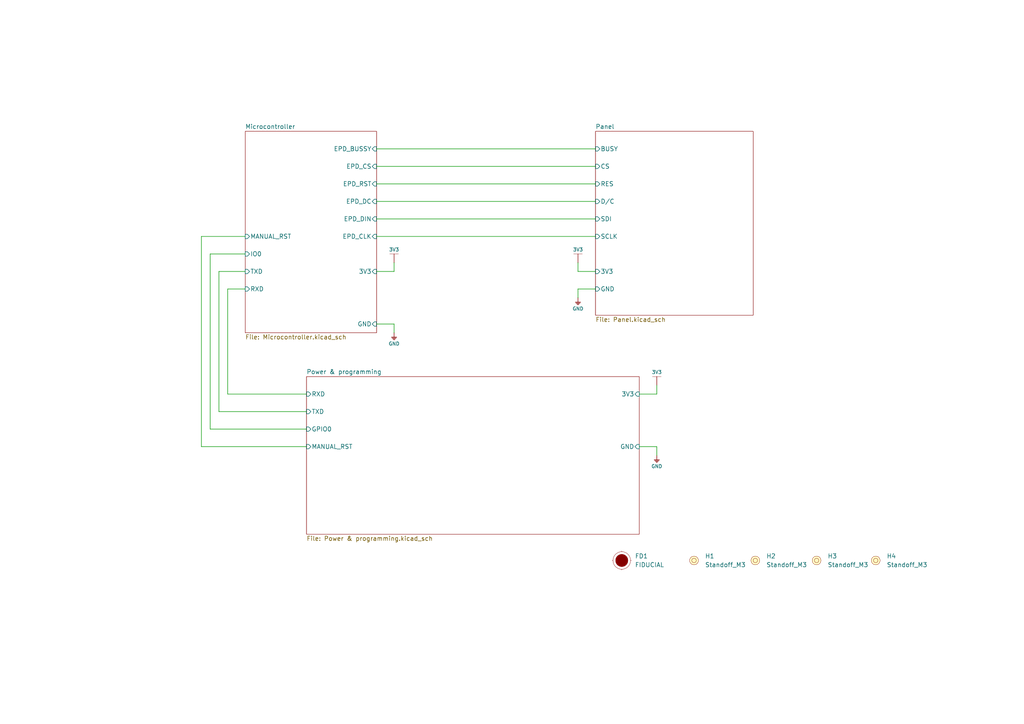
<source format=kicad_sch>
(kicad_sch (version 20211123) (generator eeschema)

  (uuid b02b3aa3-6dae-40c3-8843-3c3b1de1d7a3)

  (paper "A4")

  (title_block
    (title "Soldered Inkplate 2")
    (date "2022-12-07")
    (rev "V1.2.3")
    (company "SOLDERED")
    (comment 1 "333166")
  )

  (lib_symbols
    (symbol "GND_1" (power) (pin_names (offset 0)) (in_bom yes) (on_board yes)
      (property "Reference" "#PWR" (id 0) (at 4.445 0 0)
        (effects (font (size 1 1)) hide)
      )
      (property "Value" "GND_1" (id 1) (at 0 -2.921 0)
        (effects (font (size 1 1)))
      )
      (property "Footprint" "" (id 2) (at 4.445 3.81 0)
        (effects (font (size 1 1)) hide)
      )
      (property "Datasheet" "" (id 3) (at 4.445 3.81 0)
        (effects (font (size 1 1)) hide)
      )
      (property "ki_keywords" "power-flag" (id 4) (at 0 0 0)
        (effects (font (size 1.27 1.27)) hide)
      )
      (property "ki_description" "Power symbol creates a global label with name \"GND\"" (id 5) (at 0 0 0)
        (effects (font (size 1.27 1.27)) hide)
      )
      (symbol "GND_1_0_1"
        (polyline
          (pts
            (xy -0.762 -1.27)
            (xy 0.762 -1.27)
          )
          (stroke (width 0.16) (type default) (color 0 0 0 0))
          (fill (type none))
        )
        (polyline
          (pts
            (xy -0.635 -1.524)
            (xy 0.635 -1.524)
          )
          (stroke (width 0.16) (type default) (color 0 0 0 0))
          (fill (type none))
        )
        (polyline
          (pts
            (xy -0.381 -1.778)
            (xy 0.381 -1.778)
          )
          (stroke (width 0.16) (type default) (color 0 0 0 0))
          (fill (type none))
        )
        (polyline
          (pts
            (xy -0.127 -2.032)
            (xy 0.127 -2.032)
          )
          (stroke (width 0.16) (type default) (color 0 0 0 0))
          (fill (type none))
        )
        (polyline
          (pts
            (xy 0 0)
            (xy 0 -1.27)
          )
          (stroke (width 0.16) (type default) (color 0 0 0 0))
          (fill (type none))
        )
      )
      (symbol "GND_1_1_1"
        (pin power_in line (at 0 0 270) (length 0) hide
          (name "GND" (effects (font (size 1.27 1.27))))
          (number "1" (effects (font (size 1.27 1.27))))
        )
      )
    )
    (symbol "GND_2" (power) (pin_names (offset 0)) (in_bom yes) (on_board yes)
      (property "Reference" "#PWR" (id 0) (at 4.445 0 0)
        (effects (font (size 1 1)) hide)
      )
      (property "Value" "GND_2" (id 1) (at 0 -2.921 0)
        (effects (font (size 1 1)))
      )
      (property "Footprint" "" (id 2) (at 4.445 3.81 0)
        (effects (font (size 1 1)) hide)
      )
      (property "Datasheet" "" (id 3) (at 4.445 3.81 0)
        (effects (font (size 1 1)) hide)
      )
      (property "ki_keywords" "power-flag" (id 4) (at 0 0 0)
        (effects (font (size 1.27 1.27)) hide)
      )
      (property "ki_description" "Power symbol creates a global label with name \"GND\"" (id 5) (at 0 0 0)
        (effects (font (size 1.27 1.27)) hide)
      )
      (symbol "GND_2_0_1"
        (polyline
          (pts
            (xy -0.762 -1.27)
            (xy 0.762 -1.27)
          )
          (stroke (width 0.16) (type default) (color 0 0 0 0))
          (fill (type none))
        )
        (polyline
          (pts
            (xy -0.635 -1.524)
            (xy 0.635 -1.524)
          )
          (stroke (width 0.16) (type default) (color 0 0 0 0))
          (fill (type none))
        )
        (polyline
          (pts
            (xy -0.381 -1.778)
            (xy 0.381 -1.778)
          )
          (stroke (width 0.16) (type default) (color 0 0 0 0))
          (fill (type none))
        )
        (polyline
          (pts
            (xy -0.127 -2.032)
            (xy 0.127 -2.032)
          )
          (stroke (width 0.16) (type default) (color 0 0 0 0))
          (fill (type none))
        )
        (polyline
          (pts
            (xy 0 0)
            (xy 0 -1.27)
          )
          (stroke (width 0.16) (type default) (color 0 0 0 0))
          (fill (type none))
        )
      )
      (symbol "GND_2_1_1"
        (pin power_in line (at 0 0 270) (length 0) hide
          (name "GND" (effects (font (size 1.27 1.27))))
          (number "1" (effects (font (size 1.27 1.27))))
        )
      )
    )
    (symbol "e-radionica.com schematics:3V3" (power) (pin_names (offset 0)) (in_bom yes) (on_board yes)
      (property "Reference" "#PWR" (id 0) (at 4.445 0 0)
        (effects (font (size 1 1)) hide)
      )
      (property "Value" "3V3" (id 1) (at 0 3.556 0)
        (effects (font (size 1 1)))
      )
      (property "Footprint" "" (id 2) (at 4.445 3.81 0)
        (effects (font (size 1 1)) hide)
      )
      (property "Datasheet" "" (id 3) (at 4.445 3.81 0)
        (effects (font (size 1 1)) hide)
      )
      (property "ki_keywords" "power-flag" (id 4) (at 0 0 0)
        (effects (font (size 1.27 1.27)) hide)
      )
      (property "ki_description" "Power symbol creates a global label with name \"3V3\"" (id 5) (at 0 0 0)
        (effects (font (size 1.27 1.27)) hide)
      )
      (symbol "3V3_0_1"
        (polyline
          (pts
            (xy -1.27 2.54)
            (xy 1.27 2.54)
          )
          (stroke (width 0.0006) (type default) (color 0 0 0 0))
          (fill (type none))
        )
        (polyline
          (pts
            (xy 0 0)
            (xy 0 2.54)
          )
          (stroke (width 0) (type default) (color 0 0 0 0))
          (fill (type none))
        )
      )
      (symbol "3V3_1_1"
        (pin power_in line (at 0 0 90) (length 0) hide
          (name "3V3" (effects (font (size 1.27 1.27))))
          (number "1" (effects (font (size 1.27 1.27))))
        )
      )
    )
    (symbol "e-radionica.com schematics:FIDUCIAL" (in_bom no) (on_board yes)
      (property "Reference" "FD" (id 0) (at 0 3.81 0)
        (effects (font (size 1.27 1.27)))
      )
      (property "Value" "FIDUCIAL" (id 1) (at 0 -3.81 0)
        (effects (font (size 1.27 1.27)))
      )
      (property "Footprint" "e-radionica.com footprinti:FIDUCIAL_23" (id 2) (at 0.254 -5.334 0)
        (effects (font (size 1.27 1.27)) hide)
      )
      (property "Datasheet" "" (id 3) (at 0 0 0)
        (effects (font (size 1.27 1.27)) hide)
      )
      (symbol "FIDUCIAL_0_1"
        (polyline
          (pts
            (xy -2.54 0)
            (xy -2.794 0)
          )
          (stroke (width 0.0006) (type default) (color 0 0 0 0))
          (fill (type none))
        )
        (polyline
          (pts
            (xy 0 -2.54)
            (xy 0 -2.794)
          )
          (stroke (width 0.0006) (type default) (color 0 0 0 0))
          (fill (type none))
        )
        (polyline
          (pts
            (xy 0 2.54)
            (xy 0 2.794)
          )
          (stroke (width 0.0006) (type default) (color 0 0 0 0))
          (fill (type none))
        )
        (polyline
          (pts
            (xy 2.54 0)
            (xy 2.794 0)
          )
          (stroke (width 0.0006) (type default) (color 0 0 0 0))
          (fill (type none))
        )
        (circle (center 0 0) (radius 1.7961)
          (stroke (width 0.001) (type default) (color 0 0 0 0))
          (fill (type outline))
        )
        (circle (center 0 0) (radius 2.54)
          (stroke (width 0.0006) (type default) (color 0 0 0 0))
          (fill (type none))
        )
      )
    )
    (symbol "e-radionica.com schematics:GND" (power) (pin_names (offset 0)) (in_bom yes) (on_board yes)
      (property "Reference" "#PWR" (id 0) (at 4.445 0 0)
        (effects (font (size 1 1)) hide)
      )
      (property "Value" "GND" (id 1) (at 0 -2.921 0)
        (effects (font (size 1 1)))
      )
      (property "Footprint" "" (id 2) (at 4.445 3.81 0)
        (effects (font (size 1 1)) hide)
      )
      (property "Datasheet" "" (id 3) (at 4.445 3.81 0)
        (effects (font (size 1 1)) hide)
      )
      (property "ki_keywords" "power-flag" (id 4) (at 0 0 0)
        (effects (font (size 1.27 1.27)) hide)
      )
      (property "ki_description" "Power symbol creates a global label with name \"GND\"" (id 5) (at 0 0 0)
        (effects (font (size 1.27 1.27)) hide)
      )
      (symbol "GND_0_1"
        (polyline
          (pts
            (xy -0.762 -1.27)
            (xy 0.762 -1.27)
          )
          (stroke (width 0.16) (type default) (color 0 0 0 0))
          (fill (type none))
        )
        (polyline
          (pts
            (xy -0.635 -1.524)
            (xy 0.635 -1.524)
          )
          (stroke (width 0.16) (type default) (color 0 0 0 0))
          (fill (type none))
        )
        (polyline
          (pts
            (xy -0.381 -1.778)
            (xy 0.381 -1.778)
          )
          (stroke (width 0.16) (type default) (color 0 0 0 0))
          (fill (type none))
        )
        (polyline
          (pts
            (xy -0.127 -2.032)
            (xy 0.127 -2.032)
          )
          (stroke (width 0.16) (type default) (color 0 0 0 0))
          (fill (type none))
        )
        (polyline
          (pts
            (xy 0 0)
            (xy 0 -1.27)
          )
          (stroke (width 0.16) (type default) (color 0 0 0 0))
          (fill (type none))
        )
      )
      (symbol "GND_1_1"
        (pin power_in line (at 0 0 270) (length 0) hide
          (name "GND" (effects (font (size 1.27 1.27))))
          (number "1" (effects (font (size 1.27 1.27))))
        )
      )
    )
    (symbol "e-radionica.com schematics:Standoff_M3" (in_bom yes) (on_board yes)
      (property "Reference" "H" (id 0) (at 0 2.54 0)
        (effects (font (size 1.27 1.27)))
      )
      (property "Value" "Standoff_M3" (id 1) (at 0 -2.54 0)
        (effects (font (size 1.27 1.27)))
      )
      (property "Footprint" "e-radionica.com footprinti:Standoff_M3" (id 2) (at 0 0 0)
        (effects (font (size 1.27 1.27)) hide)
      )
      (property "Datasheet" "" (id 3) (at 0 0 0)
        (effects (font (size 1.27 1.27)) hide)
      )
      (property "ki_keywords" "standoff odstojnik" (id 4) (at 0 0 0)
        (effects (font (size 1.27 1.27)) hide)
      )
      (property "ki_description" "M3 standoff SMTSO-M3-7ET" (id 5) (at 0 0 0)
        (effects (font (size 1.27 1.27)) hide)
      )
      (symbol "Standoff_M3_0_1"
        (circle (center 0 0) (radius 0.635)
          (stroke (width 0.0006) (type default) (color 0 0 0 0))
          (fill (type none))
        )
        (circle (center 0 0) (radius 1.27)
          (stroke (width 0.001) (type default) (color 0 0 0 0))
          (fill (type background))
        )
      )
    )
  )


  (wire (pts (xy 63.5 78.74) (xy 71.12 78.74))
    (stroke (width 0) (type solid) (color 0 0 0 0))
    (uuid 0977d2f5-68e9-434c-90ff-b5303656e6db)
  )
  (wire (pts (xy 63.5 119.38) (xy 63.5 78.74))
    (stroke (width 0) (type solid) (color 0 0 0 0))
    (uuid 0977d2f5-68e9-434c-90ff-b5303656e6dc)
  )
  (wire (pts (xy 88.9 119.38) (xy 63.5 119.38))
    (stroke (width 0) (type solid) (color 0 0 0 0))
    (uuid 0977d2f5-68e9-434c-90ff-b5303656e6dd)
  )
  (wire (pts (xy 58.42 68.58) (xy 71.12 68.58))
    (stroke (width 0) (type solid) (color 0 0 0 0))
    (uuid 1029b7fa-11b0-481e-8c4e-23074b8562f6)
  )
  (wire (pts (xy 58.42 129.54) (xy 58.42 68.58))
    (stroke (width 0) (type solid) (color 0 0 0 0))
    (uuid 1029b7fa-11b0-481e-8c4e-23074b8562f7)
  )
  (wire (pts (xy 88.9 129.54) (xy 58.42 129.54))
    (stroke (width 0) (type solid) (color 0 0 0 0))
    (uuid 1029b7fa-11b0-481e-8c4e-23074b8562f8)
  )
  (wire (pts (xy 185.42 114.3) (xy 190.5 114.3))
    (stroke (width 0) (type solid) (color 0 0 0 0))
    (uuid 154f779b-ee37-4cd4-9bc9-15b9d6b2b8ad)
  )
  (wire (pts (xy 190.5 114.3) (xy 190.5 111.76))
    (stroke (width 0) (type solid) (color 0 0 0 0))
    (uuid 154f779b-ee37-4cd4-9bc9-15b9d6b2b8ae)
  )
  (wire (pts (xy 109.22 68.58) (xy 172.72 68.58))
    (stroke (width 0) (type solid) (color 0 0 0 0))
    (uuid 2670b1a7-ae62-4ec6-89cc-d9757a7d4323)
  )
  (wire (pts (xy 109.22 53.34) (xy 172.72 53.34))
    (stroke (width 0) (type solid) (color 0 0 0 0))
    (uuid 4408fb24-8e89-44c1-a149-93be98172df2)
  )
  (wire (pts (xy 167.64 83.82) (xy 167.64 86.36))
    (stroke (width 0) (type solid) (color 0 0 0 0))
    (uuid 54ff9d84-f7c1-4915-9775-66c0c11ec566)
  )
  (wire (pts (xy 172.72 83.82) (xy 167.64 83.82))
    (stroke (width 0) (type solid) (color 0 0 0 0))
    (uuid 54ff9d84-f7c1-4915-9775-66c0c11ec567)
  )
  (wire (pts (xy 109.22 58.42) (xy 172.72 58.42))
    (stroke (width 0) (type solid) (color 0 0 0 0))
    (uuid 55091463-fa63-4471-9ae1-e2ed515d6ea6)
  )
  (wire (pts (xy 109.22 43.18) (xy 172.72 43.18))
    (stroke (width 0) (type solid) (color 0 0 0 0))
    (uuid 5ed4e1e4-3172-4fd2-849d-9a40404094b5)
  )
  (wire (pts (xy 60.96 73.66) (xy 71.12 73.66))
    (stroke (width 0) (type solid) (color 0 0 0 0))
    (uuid 71162fc8-46ad-4524-8f96-574a82ddc739)
  )
  (wire (pts (xy 60.96 124.46) (xy 60.96 73.66))
    (stroke (width 0) (type solid) (color 0 0 0 0))
    (uuid 71162fc8-46ad-4524-8f96-574a82ddc73a)
  )
  (wire (pts (xy 88.9 124.46) (xy 60.96 124.46))
    (stroke (width 0) (type solid) (color 0 0 0 0))
    (uuid 71162fc8-46ad-4524-8f96-574a82ddc73b)
  )
  (wire (pts (xy 185.42 129.54) (xy 190.5 129.54))
    (stroke (width 0) (type solid) (color 0 0 0 0))
    (uuid 86214000-f3c9-4e70-9561-380e68dda247)
  )
  (wire (pts (xy 190.5 129.54) (xy 190.5 132.08))
    (stroke (width 0) (type solid) (color 0 0 0 0))
    (uuid 86214000-f3c9-4e70-9561-380e68dda248)
  )
  (wire (pts (xy 109.22 48.26) (xy 172.72 48.26))
    (stroke (width 0) (type solid) (color 0 0 0 0))
    (uuid a8e04700-644b-4f12-be71-fb2be2f9534a)
  )
  (wire (pts (xy 109.22 78.74) (xy 114.3 78.74))
    (stroke (width 0) (type solid) (color 0 0 0 0))
    (uuid b086ad2b-53a2-4f71-a698-f2687009f440)
  )
  (wire (pts (xy 114.3 78.74) (xy 114.3 76.2))
    (stroke (width 0) (type solid) (color 0 0 0 0))
    (uuid b086ad2b-53a2-4f71-a698-f2687009f441)
  )
  (wire (pts (xy 109.22 93.98) (xy 114.3 93.98))
    (stroke (width 0) (type solid) (color 0 0 0 0))
    (uuid b4724ed5-2c10-4b1c-b7ec-79d6dbe57b35)
  )
  (wire (pts (xy 114.3 93.98) (xy 114.3 96.52))
    (stroke (width 0) (type solid) (color 0 0 0 0))
    (uuid b4724ed5-2c10-4b1c-b7ec-79d6dbe57b36)
  )
  (wire (pts (xy 109.22 63.5) (xy 172.72 63.5))
    (stroke (width 0) (type solid) (color 0 0 0 0))
    (uuid e2ec9455-d3b7-4488-96ff-1960fb152619)
  )
  (wire (pts (xy 66.04 83.82) (xy 66.04 114.3))
    (stroke (width 0) (type solid) (color 0 0 0 0))
    (uuid efe106df-8290-4ae7-b929-78db08fdd27d)
  )
  (wire (pts (xy 66.04 114.3) (xy 88.9 114.3))
    (stroke (width 0) (type solid) (color 0 0 0 0))
    (uuid efe106df-8290-4ae7-b929-78db08fdd27e)
  )
  (wire (pts (xy 71.12 83.82) (xy 66.04 83.82))
    (stroke (width 0) (type solid) (color 0 0 0 0))
    (uuid efe106df-8290-4ae7-b929-78db08fdd27f)
  )
  (wire (pts (xy 167.64 78.74) (xy 167.64 76.2))
    (stroke (width 0) (type solid) (color 0 0 0 0))
    (uuid f01f12f3-4afd-488c-a1ef-5d53909ad05c)
  )
  (wire (pts (xy 172.72 78.74) (xy 167.64 78.74))
    (stroke (width 0) (type solid) (color 0 0 0 0))
    (uuid f01f12f3-4afd-488c-a1ef-5d53909ad05d)
  )

  (symbol (lib_name "GND_2") (lib_id "e-radionica.com schematics:GND") (at 114.3 96.52 0) (unit 1)
    (in_bom yes) (on_board yes)
    (uuid 1622c794-fea4-4aaf-88ab-23831b84bd46)
    (property "Reference" "#PWR0107" (id 0) (at 118.745 96.52 0)
      (effects (font (size 1 1)) hide)
    )
    (property "Value" "GND" (id 1) (at 114.3 99.695 0)
      (effects (font (size 1 1)))
    )
    (property "Footprint" "" (id 2) (at 118.745 92.71 0)
      (effects (font (size 1 1)) hide)
    )
    (property "Datasheet" "" (id 3) (at 118.745 92.71 0)
      (effects (font (size 1 1)) hide)
    )
    (pin "1" (uuid 5bc8b578-15f1-44f3-bf4d-817dcdc1a70c))
  )

  (symbol (lib_name "GND_1") (lib_id "e-radionica.com schematics:GND") (at 190.5 132.08 0) (unit 1)
    (in_bom yes) (on_board yes)
    (uuid 4095a689-cc8c-498a-ac88-da37e7f7bfae)
    (property "Reference" "#PWR0106" (id 0) (at 194.945 132.08 0)
      (effects (font (size 1 1)) hide)
    )
    (property "Value" "GND" (id 1) (at 190.5 135.255 0)
      (effects (font (size 1 1)))
    )
    (property "Footprint" "" (id 2) (at 194.945 128.27 0)
      (effects (font (size 1 1)) hide)
    )
    (property "Datasheet" "" (id 3) (at 194.945 128.27 0)
      (effects (font (size 1 1)) hide)
    )
    (pin "1" (uuid e93b8828-8a56-4c89-aaaf-bea7cad01761))
  )

  (symbol (lib_id "e-radionica.com schematics:Standoff_M3") (at 236.855 162.56 0) (unit 1)
    (in_bom yes) (on_board yes) (fields_autoplaced)
    (uuid 4d909a37-e30e-407e-b13a-8a39e76201e5)
    (property "Reference" "H3" (id 0) (at 240.03 161.2899 0)
      (effects (font (size 1.27 1.27)) (justify left))
    )
    (property "Value" "Standoff_M3" (id 1) (at 240.03 163.8299 0)
      (effects (font (size 1.27 1.27)) (justify left))
    )
    (property "Footprint" "e-radionica.com footprinti:Standoff_M3" (id 2) (at 236.855 162.56 0)
      (effects (font (size 1.27 1.27)) hide)
    )
    (property "Datasheet" "" (id 3) (at 236.855 162.56 0)
      (effects (font (size 1.27 1.27)) hide)
    )
  )

  (symbol (lib_id "e-radionica.com schematics:Standoff_M3") (at 219.075 162.56 0) (unit 1)
    (in_bom yes) (on_board yes) (fields_autoplaced)
    (uuid 560899c7-6111-4579-93d7-e3b5b3a74aa0)
    (property "Reference" "H2" (id 0) (at 222.25 161.2899 0)
      (effects (font (size 1.27 1.27)) (justify left))
    )
    (property "Value" "Standoff_M3" (id 1) (at 222.25 163.8299 0)
      (effects (font (size 1.27 1.27)) (justify left))
    )
    (property "Footprint" "e-radionica.com footprinti:Standoff_M3" (id 2) (at 219.075 162.56 0)
      (effects (font (size 1.27 1.27)) hide)
    )
    (property "Datasheet" "" (id 3) (at 219.075 162.56 0)
      (effects (font (size 1.27 1.27)) hide)
    )
  )

  (symbol (lib_id "e-radionica.com schematics:3V3") (at 190.5 111.76 0) (unit 1)
    (in_bom yes) (on_board yes) (fields_autoplaced)
    (uuid 5b8a8ec1-d20c-4401-ae4d-4d86447ebbd9)
    (property "Reference" "#PWR0104" (id 0) (at 194.945 111.76 0)
      (effects (font (size 1 1)) hide)
    )
    (property "Value" "3V3" (id 1) (at 190.5 107.95 0)
      (effects (font (size 1 1)))
    )
    (property "Footprint" "" (id 2) (at 194.945 107.95 0)
      (effects (font (size 1 1)) hide)
    )
    (property "Datasheet" "" (id 3) (at 194.945 107.95 0)
      (effects (font (size 1 1)) hide)
    )
    (pin "1" (uuid 2e174419-5e5a-4deb-b0fd-382cbd4f4a78))
  )

  (symbol (lib_id "e-radionica.com schematics:GND") (at 167.64 86.36 0) (unit 1)
    (in_bom yes) (on_board yes)
    (uuid 8b5b3e81-331a-4dba-a989-494126fd6447)
    (property "Reference" "#PWR0101" (id 0) (at 172.085 86.36 0)
      (effects (font (size 1 1)) hide)
    )
    (property "Value" "GND" (id 1) (at 167.64 89.535 0)
      (effects (font (size 1 1)))
    )
    (property "Footprint" "" (id 2) (at 172.085 82.55 0)
      (effects (font (size 1 1)) hide)
    )
    (property "Datasheet" "" (id 3) (at 172.085 82.55 0)
      (effects (font (size 1 1)) hide)
    )
    (pin "1" (uuid 4917b2b5-f339-42c9-b945-fa4919971336))
  )

  (symbol (lib_id "e-radionica.com schematics:3V3") (at 167.64 76.2 0) (unit 1)
    (in_bom yes) (on_board yes) (fields_autoplaced)
    (uuid 97e057d9-bfc6-497d-89a4-fab84d09ac0f)
    (property "Reference" "#PWR0102" (id 0) (at 172.085 76.2 0)
      (effects (font (size 1 1)) hide)
    )
    (property "Value" "3V3" (id 1) (at 167.64 72.39 0)
      (effects (font (size 1 1)))
    )
    (property "Footprint" "" (id 2) (at 172.085 72.39 0)
      (effects (font (size 1 1)) hide)
    )
    (property "Datasheet" "" (id 3) (at 172.085 72.39 0)
      (effects (font (size 1 1)) hide)
    )
    (pin "1" (uuid a30bc94b-f00d-4d9c-9348-5f827534a48c))
  )

  (symbol (lib_id "e-radionica.com schematics:Standoff_M3") (at 201.295 162.56 0) (unit 1)
    (in_bom yes) (on_board yes) (fields_autoplaced)
    (uuid ab5631dd-8bb6-472f-8930-c3b8c15895dd)
    (property "Reference" "H1" (id 0) (at 204.47 161.2899 0)
      (effects (font (size 1.27 1.27)) (justify left))
    )
    (property "Value" "Standoff_M3" (id 1) (at 204.47 163.8299 0)
      (effects (font (size 1.27 1.27)) (justify left))
    )
    (property "Footprint" "e-radionica.com footprinti:Standoff_M3" (id 2) (at 201.295 162.56 0)
      (effects (font (size 1.27 1.27)) hide)
    )
    (property "Datasheet" "" (id 3) (at 201.295 162.56 0)
      (effects (font (size 1.27 1.27)) hide)
    )
  )

  (symbol (lib_id "e-radionica.com schematics:3V3") (at 114.3 76.2 0) (unit 1)
    (in_bom yes) (on_board yes) (fields_autoplaced)
    (uuid b14e2fa1-843b-492e-bbfc-231780f5127a)
    (property "Reference" "#PWR0110" (id 0) (at 118.745 76.2 0)
      (effects (font (size 1 1)) hide)
    )
    (property "Value" "3V3" (id 1) (at 114.3 72.39 0)
      (effects (font (size 1 1)))
    )
    (property "Footprint" "" (id 2) (at 118.745 72.39 0)
      (effects (font (size 1 1)) hide)
    )
    (property "Datasheet" "" (id 3) (at 118.745 72.39 0)
      (effects (font (size 1 1)) hide)
    )
    (pin "1" (uuid a0a97a89-918e-4ecb-8d2f-daf4543d01ce))
  )

  (symbol (lib_id "e-radionica.com schematics:FIDUCIAL") (at 180.34 162.56 0) (unit 1)
    (in_bom no) (on_board yes) (fields_autoplaced)
    (uuid bb9dd0e1-92b3-46b3-8789-100b469ca75a)
    (property "Reference" "FD1" (id 0) (at 184.15 161.2899 0)
      (effects (font (size 1.27 1.27)) (justify left))
    )
    (property "Value" "FIDUCIAL" (id 1) (at 184.15 163.8299 0)
      (effects (font (size 1.27 1.27)) (justify left))
    )
    (property "Footprint" "e-radionica.com footprinti:FIDUCIAL_23" (id 2) (at 180.594 167.894 0)
      (effects (font (size 1.27 1.27)) hide)
    )
    (property "Datasheet" "" (id 3) (at 180.34 162.56 0)
      (effects (font (size 1.27 1.27)) hide)
    )
  )

  (symbol (lib_id "e-radionica.com schematics:Standoff_M3") (at 254 162.56 0) (unit 1)
    (in_bom yes) (on_board yes) (fields_autoplaced)
    (uuid ffa5c76b-3aa7-4bf5-8202-70e12e514a26)
    (property "Reference" "H4" (id 0) (at 257.175 161.2899 0)
      (effects (font (size 1.27 1.27)) (justify left))
    )
    (property "Value" "Standoff_M3" (id 1) (at 257.175 163.8299 0)
      (effects (font (size 1.27 1.27)) (justify left))
    )
    (property "Footprint" "e-radionica.com footprinti:Standoff_M3" (id 2) (at 254 162.56 0)
      (effects (font (size 1.27 1.27)) hide)
    )
    (property "Datasheet" "" (id 3) (at 254 162.56 0)
      (effects (font (size 1.27 1.27)) hide)
    )
  )

  (sheet (at 172.72 38.1) (size 45.72 53.34) (fields_autoplaced)
    (stroke (width 0.0006) (type solid) (color 0 0 0 0))
    (fill (color 0 0 0 0.0000))
    (uuid 14b22b4e-2c3f-4aec-954d-14f3289a998b)
    (property "Sheet name" "Panel" (id 0) (at 172.72 37.4643 0)
      (effects (font (size 1.27 1.27)) (justify left bottom))
    )
    (property "Sheet file" "Panel.kicad_sch" (id 1) (at 172.72 91.9487 0)
      (effects (font (size 1.27 1.27)) (justify left top))
    )
    (pin "SDI" input (at 172.72 63.5 180)
      (effects (font (size 1.27 1.27)) (justify left))
      (uuid 8fb43b90-3e55-46ea-a9bc-8c68a299e3ff)
    )
    (pin "SCLK" input (at 172.72 68.58 180)
      (effects (font (size 1.27 1.27)) (justify left))
      (uuid 7f4f898e-3785-429d-ab98-5fc5bc404a4b)
    )
    (pin "CS" input (at 172.72 48.26 180)
      (effects (font (size 1.27 1.27)) (justify left))
      (uuid 827e3300-92b4-44fd-b41f-b46b3b26d47d)
    )
    (pin "D{slash}C" input (at 172.72 58.42 180)
      (effects (font (size 1.27 1.27)) (justify left))
      (uuid 5af2f20b-055d-4008-886b-24cb4524450a)
    )
    (pin "RES" input (at 172.72 53.34 180)
      (effects (font (size 1.27 1.27)) (justify left))
      (uuid 3b5c428b-e1d9-4a0b-8799-400f7142cc83)
    )
    (pin "BUSY" input (at 172.72 43.18 180)
      (effects (font (size 1.27 1.27)) (justify left))
      (uuid 0bb21a86-1a0c-4747-ac14-9cc90945ce28)
    )
    (pin "3V3" input (at 172.72 78.74 180)
      (effects (font (size 1.27 1.27)) (justify left))
      (uuid 8ffb05ec-02ab-4c48-b3ea-177c9686b371)
    )
    (pin "GND" input (at 172.72 83.82 180)
      (effects (font (size 1.27 1.27)) (justify left))
      (uuid 738043f4-20a5-4335-b1ba-c532dcbdfffe)
    )
  )

  (sheet (at 71.12 38.1) (size 38.1 58.42) (fields_autoplaced)
    (stroke (width 0.0006) (type solid) (color 0 0 0 0))
    (fill (color 0 0 0 0.0000))
    (uuid 960644d3-d1b8-4aca-aff3-e997a48bcbc9)
    (property "Sheet name" "Microcontroller" (id 0) (at 71.12 37.4643 0)
      (effects (font (size 1.27 1.27)) (justify left bottom))
    )
    (property "Sheet file" "Microcontroller.kicad_sch" (id 1) (at 71.12 97.0287 0)
      (effects (font (size 1.27 1.27)) (justify left top))
    )
    (pin "MANUAL_RST" input (at 71.12 68.58 180)
      (effects (font (size 1.27 1.27)) (justify left))
      (uuid d3d0ec13-06f0-4132-b46e-2fe420fb5fd7)
    )
    (pin "RXD" input (at 71.12 83.82 180)
      (effects (font (size 1.27 1.27)) (justify left))
      (uuid 625a9627-ad82-4dab-88a3-b0b2fa0196d3)
    )
    (pin "TXD" input (at 71.12 78.74 180)
      (effects (font (size 1.27 1.27)) (justify left))
      (uuid bf75eb57-ece9-4c49-a755-8eaf084bfb4d)
    )
    (pin "IO0" input (at 71.12 73.66 180)
      (effects (font (size 1.27 1.27)) (justify left))
      (uuid 101a5ebc-538b-4259-a07e-872f4e7e7eac)
    )
    (pin "EPD_CS" input (at 109.22 48.26 0)
      (effects (font (size 1.27 1.27)) (justify right))
      (uuid 9eaae815-14f5-44e8-a801-e4182669f437)
    )
    (pin "EPD_CLK" input (at 109.22 68.58 0)
      (effects (font (size 1.27 1.27)) (justify right))
      (uuid 5418201c-2ad1-4ae3-98e0-c000f15e09d1)
    )
    (pin "EPD_RST" input (at 109.22 53.34 0)
      (effects (font (size 1.27 1.27)) (justify right))
      (uuid c06efc39-9e04-48b1-a68f-fcb58b093fc1)
    )
    (pin "EPD_DIN" input (at 109.22 63.5 0)
      (effects (font (size 1.27 1.27)) (justify right))
      (uuid d024a1f0-8288-4494-b8a9-6e458ebbd122)
    )
    (pin "EPD_BUSSY" input (at 109.22 43.18 0)
      (effects (font (size 1.27 1.27)) (justify right))
      (uuid 949292f7-a83a-4afb-9d7a-3106b00277ad)
    )
    (pin "EPD_DC" input (at 109.22 58.42 0)
      (effects (font (size 1.27 1.27)) (justify right))
      (uuid 8ec59525-ffd7-49fa-9eed-4740cc26563d)
    )
    (pin "3V3" input (at 109.22 78.74 0)
      (effects (font (size 1.27 1.27)) (justify right))
      (uuid 04c69221-91ab-416c-a376-c64df9698372)
    )
    (pin "GND" input (at 109.22 93.98 0)
      (effects (font (size 1.27 1.27)) (justify right))
      (uuid 00971e37-aa85-4d1f-bba6-34ed0ba94d20)
    )
  )

  (sheet (at 88.9 109.22) (size 96.52 45.72) (fields_autoplaced)
    (stroke (width 0.0006) (type solid) (color 0 0 0 0))
    (fill (color 0 0 0 0.0000))
    (uuid fa6b3176-9417-4c8b-9e0c-019b5d4067f4)
    (property "Sheet name" "Power & programming" (id 0) (at 88.9 108.5843 0)
      (effects (font (size 1.27 1.27)) (justify left bottom))
    )
    (property "Sheet file" "Power & programming.kicad_sch" (id 1) (at 88.9 155.4487 0)
      (effects (font (size 1.27 1.27)) (justify left top))
    )
    (pin "RXD" input (at 88.9 114.3 180)
      (effects (font (size 1.27 1.27)) (justify left))
      (uuid 7cf4b5e6-0780-4f7e-ba98-801626d5ed53)
    )
    (pin "TXD" input (at 88.9 119.38 180)
      (effects (font (size 1.27 1.27)) (justify left))
      (uuid 2e51c565-9ff7-4267-ab7a-cead0f184c12)
    )
    (pin "GPIO0" input (at 88.9 124.46 180)
      (effects (font (size 1.27 1.27)) (justify left))
      (uuid 34a57b12-4543-4423-ace3-a6dacd6ec8f2)
    )
    (pin "MANUAL_RST" input (at 88.9 129.54 180)
      (effects (font (size 1.27 1.27)) (justify left))
      (uuid e4fda813-6744-4e3f-b9f0-1d4633c4e103)
    )
    (pin "GND" input (at 185.42 129.54 0)
      (effects (font (size 1.27 1.27)) (justify right))
      (uuid 9c91045e-bfaf-43c1-a0b9-cb88d4665433)
    )
    (pin "3V3" input (at 185.42 114.3 0)
      (effects (font (size 1.27 1.27)) (justify right))
      (uuid f2cd8dc5-3e99-4c7f-8a87-8b6b32a9d714)
    )
  )

  (sheet_instances
    (path "/" (page "1"))
    (path "/960644d3-d1b8-4aca-aff3-e997a48bcbc9" (page "2"))
    (path "/fa6b3176-9417-4c8b-9e0c-019b5d4067f4" (page "3"))
    (path "/14b22b4e-2c3f-4aec-954d-14f3289a998b" (page "4"))
  )

  (symbol_instances
    (path "/960644d3-d1b8-4aca-aff3-e997a48bcbc9/daf7d3bf-87c8-4a35-9bae-be5da177e336"
      (reference "#PWR01") (unit 1) (value "3V3") (footprint "")
    )
    (path "/960644d3-d1b8-4aca-aff3-e997a48bcbc9/01ad731a-03b2-4667-b4fb-ea6b45428771"
      (reference "#PWR02") (unit 1) (value "GND") (footprint "")
    )
    (path "/960644d3-d1b8-4aca-aff3-e997a48bcbc9/7c63d8ab-1193-475b-b81c-0cf9dd6637cb"
      (reference "#PWR03") (unit 1) (value "3V3") (footprint "")
    )
    (path "/960644d3-d1b8-4aca-aff3-e997a48bcbc9/47a23ee7-4289-4af1-9a30-513260ba5a73"
      (reference "#PWR04") (unit 1) (value "GND") (footprint "")
    )
    (path "/960644d3-d1b8-4aca-aff3-e997a48bcbc9/95753d81-cbc1-466c-9f9c-6724a39c027b"
      (reference "#PWR05") (unit 1) (value "3V3") (footprint "")
    )
    (path "/960644d3-d1b8-4aca-aff3-e997a48bcbc9/5151a524-f24d-413f-b33a-07b7709a83df"
      (reference "#PWR06") (unit 1) (value "GND") (footprint "")
    )
    (path "/960644d3-d1b8-4aca-aff3-e997a48bcbc9/a77e0e90-759e-44e5-82b8-8b65dc818097"
      (reference "#PWR07") (unit 1) (value "3V3") (footprint "")
    )
    (path "/960644d3-d1b8-4aca-aff3-e997a48bcbc9/93ff83ec-36ee-4a7e-b7d3-09140ca50f27"
      (reference "#PWR08") (unit 1) (value "GND") (footprint "")
    )
    (path "/960644d3-d1b8-4aca-aff3-e997a48bcbc9/63667524-4a4a-4c50-be0b-1197cf01f111"
      (reference "#PWR09") (unit 1) (value "3V3") (footprint "")
    )
    (path "/960644d3-d1b8-4aca-aff3-e997a48bcbc9/569f8311-bc54-4bb6-a3af-5b4a59e15ee7"
      (reference "#PWR010") (unit 1) (value "GND") (footprint "")
    )
    (path "/960644d3-d1b8-4aca-aff3-e997a48bcbc9/2a6a21b2-4ef3-4434-b712-cbce6fb59ced"
      (reference "#PWR011") (unit 1) (value "GND") (footprint "")
    )
    (path "/fa6b3176-9417-4c8b-9e0c-019b5d4067f4/d6190467-3e94-464b-9ff6-76d4ed6f9351"
      (reference "#PWR014") (unit 1) (value "VUSB") (footprint "")
    )
    (path "/fa6b3176-9417-4c8b-9e0c-019b5d4067f4/65f4bc51-a0d4-4f12-91ab-de594a1ced3c"
      (reference "#PWR015") (unit 1) (value "GND") (footprint "")
    )
    (path "/fa6b3176-9417-4c8b-9e0c-019b5d4067f4/b84fb7c6-3e85-41da-b420-6e13a1ea02eb"
      (reference "#PWR017") (unit 1) (value "GND") (footprint "")
    )
    (path "/fa6b3176-9417-4c8b-9e0c-019b5d4067f4/d05c5bf5-0d4f-44b5-bb84-97d6df06d9a1"
      (reference "#PWR018") (unit 1) (value "VUSB") (footprint "")
    )
    (path "/fa6b3176-9417-4c8b-9e0c-019b5d4067f4/3b6f2fcb-c09f-4bcb-a6b5-dd779bcc42bd"
      (reference "#PWR019") (unit 1) (value "GND") (footprint "")
    )
    (path "/fa6b3176-9417-4c8b-9e0c-019b5d4067f4/75e591a4-ba92-42c4-ae72-45983b4c353e"
      (reference "#PWR020") (unit 1) (value "GND") (footprint "")
    )
    (path "/960644d3-d1b8-4aca-aff3-e997a48bcbc9/2fc32100-3b07-4cc9-ab83-17b834aacf1a"
      (reference "#PWR025") (unit 1) (value "GND") (footprint "")
    )
    (path "/960644d3-d1b8-4aca-aff3-e997a48bcbc9/d6c1c657-cea5-4703-a09a-3f7a5e3490db"
      (reference "#PWR026") (unit 1) (value "3V3") (footprint "")
    )
    (path "/fa6b3176-9417-4c8b-9e0c-019b5d4067f4/e72c3c48-1b63-4a63-abb3-4d7a22bfdb98"
      (reference "#PWR029") (unit 1) (value "3V3") (footprint "")
    )
    (path "/fa6b3176-9417-4c8b-9e0c-019b5d4067f4/95792bf8-1036-4162-a8f9-2def1cf0cf80"
      (reference "#PWR030") (unit 1) (value "GND") (footprint "")
    )
    (path "/fa6b3176-9417-4c8b-9e0c-019b5d4067f4/124c7cbb-d6cd-4953-967f-b9bb289128e1"
      (reference "#PWR037") (unit 1) (value "GND") (footprint "")
    )
    (path "/fa6b3176-9417-4c8b-9e0c-019b5d4067f4/b278cba4-208e-4e1b-ba36-fbe53ea45e2b"
      (reference "#PWR039") (unit 1) (value "3V3") (footprint "")
    )
    (path "/fa6b3176-9417-4c8b-9e0c-019b5d4067f4/f32b22f3-7853-4b81-9e00-7351e80223f3"
      (reference "#PWR040") (unit 1) (value "GND") (footprint "")
    )
    (path "/14b22b4e-2c3f-4aec-954d-14f3289a998b/244021a0-8980-4299-af4f-fd648af23799"
      (reference "#PWR045") (unit 1) (value "GND") (footprint "")
    )
    (path "/14b22b4e-2c3f-4aec-954d-14f3289a998b/9a592ee4-42d7-4926-aca6-1c7609fba825"
      (reference "#PWR046") (unit 1) (value "GND") (footprint "")
    )
    (path "/14b22b4e-2c3f-4aec-954d-14f3289a998b/1f73820f-6b7a-4234-bebe-154c03201280"
      (reference "#PWR047") (unit 1) (value "GND") (footprint "")
    )
    (path "/14b22b4e-2c3f-4aec-954d-14f3289a998b/262ad713-fdfd-4dda-b124-1af4671cf7ea"
      (reference "#PWR048") (unit 1) (value "3V3") (footprint "")
    )
    (path "/14b22b4e-2c3f-4aec-954d-14f3289a998b/fd825f8c-b566-4aef-a7cb-94ad301caf16"
      (reference "#PWR049") (unit 1) (value "GND") (footprint "")
    )
    (path "/14b22b4e-2c3f-4aec-954d-14f3289a998b/866cef02-c612-4666-ae85-d05360821388"
      (reference "#PWR050") (unit 1) (value "GND") (footprint "")
    )
    (path "/14b22b4e-2c3f-4aec-954d-14f3289a998b/3cb75ebf-b42f-4176-bd4b-350a1d7c8cd7"
      (reference "#PWR051") (unit 1) (value "GND") (footprint "")
    )
    (path "/14b22b4e-2c3f-4aec-954d-14f3289a998b/11886473-74c1-430e-9fda-1f8fde5ea246"
      (reference "#PWR052") (unit 1) (value "GND") (footprint "")
    )
    (path "/14b22b4e-2c3f-4aec-954d-14f3289a998b/6178d1c2-4a0b-4edb-865a-2ca25e4ad578"
      (reference "#PWR053") (unit 1) (value "GND") (footprint "")
    )
    (path "/14b22b4e-2c3f-4aec-954d-14f3289a998b/9efafa0f-505a-463c-b0e4-23eb45e8531c"
      (reference "#PWR054") (unit 1) (value "GND") (footprint "")
    )
    (path "/14b22b4e-2c3f-4aec-954d-14f3289a998b/0aa01cb0-4675-4de4-9d83-8bb1a84cf9fe"
      (reference "#PWR055") (unit 1) (value "GND") (footprint "")
    )
    (path "/14b22b4e-2c3f-4aec-954d-14f3289a998b/2c5385cc-1376-4faa-9e3c-0d9f904c2b24"
      (reference "#PWR056") (unit 1) (value "GND") (footprint "")
    )
    (path "/14b22b4e-2c3f-4aec-954d-14f3289a998b/a77ebf1a-6a97-4407-89e6-6d89bf0c8b9b"
      (reference "#PWR057") (unit 1) (value "3V3") (footprint "")
    )
    (path "/14b22b4e-2c3f-4aec-954d-14f3289a998b/583f2617-fc01-411b-8329-8b83a7f3e496"
      (reference "#PWR058") (unit 1) (value "GND") (footprint "")
    )
    (path "/14b22b4e-2c3f-4aec-954d-14f3289a998b/d11b1ea3-3196-45e6-9652-32099478f285"
      (reference "#PWR059") (unit 1) (value "GND") (footprint "")
    )
    (path "/14b22b4e-2c3f-4aec-954d-14f3289a998b/2aee56e9-009a-4801-84b6-9afab66920b4"
      (reference "#PWR060") (unit 1) (value "GND") (footprint "")
    )
    (path "/14b22b4e-2c3f-4aec-954d-14f3289a998b/26774f93-4a42-4580-aa86-90ba70702ff6"
      (reference "#PWR061") (unit 1) (value "GND") (footprint "")
    )
    (path "/8b5b3e81-331a-4dba-a989-494126fd6447"
      (reference "#PWR0101") (unit 1) (value "GND") (footprint "")
    )
    (path "/97e057d9-bfc6-497d-89a4-fab84d09ac0f"
      (reference "#PWR0102") (unit 1) (value "3V3") (footprint "")
    )
    (path "/fa6b3176-9417-4c8b-9e0c-019b5d4067f4/f6f27ee4-c792-4296-846a-2d69af9bdad2"
      (reference "#PWR0103") (unit 1) (value "VIN") (footprint "")
    )
    (path "/5b8a8ec1-d20c-4401-ae4d-4d86447ebbd9"
      (reference "#PWR0104") (unit 1) (value "3V3") (footprint "")
    )
    (path "/fa6b3176-9417-4c8b-9e0c-019b5d4067f4/283c2193-2f5e-4f45-b70a-0d933997c2b6"
      (reference "#PWR0105") (unit 1) (value "VIN") (footprint "")
    )
    (path "/4095a689-cc8c-498a-ac88-da37e7f7bfae"
      (reference "#PWR0106") (unit 1) (value "GND") (footprint "")
    )
    (path "/1622c794-fea4-4aaf-88ab-23831b84bd46"
      (reference "#PWR0107") (unit 1) (value "GND") (footprint "")
    )
    (path "/fa6b3176-9417-4c8b-9e0c-019b5d4067f4/b98fcea2-c5cd-4788-9aca-89a96ea38c27"
      (reference "#PWR0108") (unit 1) (value "GND") (footprint "")
    )
    (path "/fa6b3176-9417-4c8b-9e0c-019b5d4067f4/01618b6c-7f24-47d0-8841-ef84aec0aa92"
      (reference "#PWR0109") (unit 1) (value "VBAT") (footprint "")
    )
    (path "/b14e2fa1-843b-492e-bbfc-231780f5127a"
      (reference "#PWR0110") (unit 1) (value "3V3") (footprint "")
    )
    (path "/fa6b3176-9417-4c8b-9e0c-019b5d4067f4/3f6d0d76-11b1-43c1-972a-36e71fc47c52"
      (reference "#PWR0111") (unit 1) (value "GND") (footprint "")
    )
    (path "/960644d3-d1b8-4aca-aff3-e997a48bcbc9/e058655b-4126-46a6-aa52-f03d021dbf4f"
      (reference "#PWR0112") (unit 1) (value "3V3") (footprint "")
    )
    (path "/fa6b3176-9417-4c8b-9e0c-019b5d4067f4/ebae0a3b-b442-41fe-a595-558d05ee0b8e"
      (reference "#PWR0113") (unit 1) (value "VUSB") (footprint "")
    )
    (path "/960644d3-d1b8-4aca-aff3-e997a48bcbc9/d1362da0-fd06-473f-88e0-4af378c49bd1"
      (reference "#PWR0114") (unit 1) (value "GND") (footprint "")
    )
    (path "/fa6b3176-9417-4c8b-9e0c-019b5d4067f4/7cb2aa5b-0394-4b67-93be-13556d73fb2c"
      (reference "#PWR0115") (unit 1) (value "VUSB") (footprint "")
    )
    (path "/fa6b3176-9417-4c8b-9e0c-019b5d4067f4/99359d4e-a9be-46bf-a6e8-afe4f93c3368"
      (reference "#PWR0116") (unit 1) (value "VBAT") (footprint "")
    )
    (path "/fa6b3176-9417-4c8b-9e0c-019b5d4067f4/258531e4-f02d-4253-9fcf-451caa67a656"
      (reference "#PWR0117") (unit 1) (value "VIN") (footprint "")
    )
    (path "/fa6b3176-9417-4c8b-9e0c-019b5d4067f4/6826f997-1a79-4fbb-ae76-52bbfae801ca"
      (reference "#PWR0118") (unit 1) (value "3V3") (footprint "")
    )
    (path "/fa6b3176-9417-4c8b-9e0c-019b5d4067f4/d06afe8a-9ef5-4d65-98b5-e45c6eebd2fb"
      (reference "#PWR0119") (unit 1) (value "GND") (footprint "")
    )
    (path "/fa6b3176-9417-4c8b-9e0c-019b5d4067f4/8f5ab44c-8003-4d75-9833-c572ba318fb3"
      (reference "#PWR0120") (unit 1) (value "GND") (footprint "")
    )
    (path "/fa6b3176-9417-4c8b-9e0c-019b5d4067f4/74163369-cb3b-4705-b168-5a19e6f2367f"
      (reference "#PWR0121") (unit 1) (value "GND") (footprint "")
    )
    (path "/14b22b4e-2c3f-4aec-954d-14f3289a998b/03bc79db-3250-4ffa-a3fa-3bc9b77965be"
      (reference "#PWR0122") (unit 1) (value "GND") (footprint "")
    )
    (path "/14b22b4e-2c3f-4aec-954d-14f3289a998b/f40fc4a8-a377-446c-84c5-76d55a0c8f97"
      (reference "#PWR0123") (unit 1) (value "3V3") (footprint "")
    )
    (path "/fa6b3176-9417-4c8b-9e0c-019b5d4067f4/0e8d03ae-334b-4c98-8cbd-4296c003489c"
      (reference "#PWR0124") (unit 1) (value "VBAT") (footprint "")
    )
    (path "/fa6b3176-9417-4c8b-9e0c-019b5d4067f4/dac5737f-d237-465f-8d18-e6ace589eff9"
      (reference "#PWR0125") (unit 1) (value "VUSB") (footprint "")
    )
    (path "/fa6b3176-9417-4c8b-9e0c-019b5d4067f4/d2441dda-011a-4f9f-b31b-8e7ee5644c1d"
      (reference "#PWR0126") (unit 1) (value "VIN") (footprint "")
    )
    (path "/960644d3-d1b8-4aca-aff3-e997a48bcbc9/b908f6ef-6fdf-465a-a226-adf1cf24c585"
      (reference "#PWR0127") (unit 1) (value "3V3") (footprint "")
    )
    (path "/14b22b4e-2c3f-4aec-954d-14f3289a998b/414b5bfe-45f4-426d-8c63-ce0d4b87e737"
      (reference "#PWR0128") (unit 1) (value "3V3") (footprint "")
    )
    (path "/14b22b4e-2c3f-4aec-954d-14f3289a998b/6b22b87f-ae0b-4258-840d-896bb4d4af66"
      (reference "#PWR0129") (unit 1) (value "GND") (footprint "")
    )
    (path "/960644d3-d1b8-4aca-aff3-e997a48bcbc9/05e134a8-abe4-4fa5-ad9b-f98939fec635"
      (reference "C1") (unit 1) (value "10u") (footprint "e-radionica.com footprinti:1206C")
    )
    (path "/960644d3-d1b8-4aca-aff3-e997a48bcbc9/c77ef973-e732-414c-86b6-7eafaba3698b"
      (reference "C2") (unit 1) (value "2u2") (footprint "e-radionica.com footprinti:0603C")
    )
    (path "/960644d3-d1b8-4aca-aff3-e997a48bcbc9/cf708fbe-95f7-4a7a-8e34-f7ac8fb84677"
      (reference "C3") (unit 1) (value "100n") (footprint "e-radionica.com footprinti:0603C")
    )
    (path "/960644d3-d1b8-4aca-aff3-e997a48bcbc9/41d1d554-c4fa-42c1-9963-471936138a8d"
      (reference "C4") (unit 1) (value "2u2") (footprint "e-radionica.com footprinti:0603C")
    )
    (path "/fa6b3176-9417-4c8b-9e0c-019b5d4067f4/f9440311-039d-4465-be90-cec9442de6f3"
      (reference "C5") (unit 1) (value "100n") (footprint "e-radionica.com footprinti:0603C")
    )
    (path "/fa6b3176-9417-4c8b-9e0c-019b5d4067f4/e4af4daa-17fe-452f-be3d-ab05eddcab8f"
      (reference "C6") (unit 1) (value "100n") (footprint "e-radionica.com footprinti:0603C")
    )
    (path "/fa6b3176-9417-4c8b-9e0c-019b5d4067f4/055a9d3c-1545-4933-9fed-dec9148d1308"
      (reference "C7") (unit 1) (value "2u2") (footprint "e-radionica.com footprinti:0603C")
    )
    (path "/fa6b3176-9417-4c8b-9e0c-019b5d4067f4/5714618c-dcfd-4286-9492-b5dbe52cfee1"
      (reference "C8") (unit 1) (value "10u") (footprint "e-radionica.com footprinti:1206C")
    )
    (path "/fa6b3176-9417-4c8b-9e0c-019b5d4067f4/1ed45894-771a-4a8d-a57a-7b921a20b8b3"
      (reference "C9") (unit 1) (value "2u2") (footprint "e-radionica.com footprinti:0603C")
    )
    (path "/fa6b3176-9417-4c8b-9e0c-019b5d4067f4/d06f555a-665c-4c58-b330-c670c0afae55"
      (reference "C10") (unit 1) (value "100n") (footprint "e-radionica.com footprinti:0603C")
    )
    (path "/960644d3-d1b8-4aca-aff3-e997a48bcbc9/c2c92bb2-0d31-482a-b03a-346b2b58d521"
      (reference "C11") (unit 1) (value "10u") (footprint "e-radionica.com footprinti:1206C")
    )
    (path "/fa6b3176-9417-4c8b-9e0c-019b5d4067f4/d08e03a2-73a5-4a2a-97fc-5530c5b51e2a"
      (reference "C12") (unit 1) (value "100n") (footprint "e-radionica.com footprinti:0603C")
    )
    (path "/fa6b3176-9417-4c8b-9e0c-019b5d4067f4/46d83c4f-03f0-4cf8-abd9-473c0014f755"
      (reference "C13") (unit 1) (value "2u2") (footprint "e-radionica.com footprinti:0603C")
    )
    (path "/14b22b4e-2c3f-4aec-954d-14f3289a998b/982631fc-7f03-4228-8a7f-d03a16d27971"
      (reference "C14") (unit 1) (value "C1608X5R1H105K080AB") (footprint "e-radionica.com footprinti:0603C")
    )
    (path "/14b22b4e-2c3f-4aec-954d-14f3289a998b/63a6563f-807b-4e83-9073-e96d3cc96d65"
      (reference "C15") (unit 1) (value "C1608X5R1H105K080AB") (footprint "e-radionica.com footprinti:0603C")
    )
    (path "/14b22b4e-2c3f-4aec-954d-14f3289a998b/b1d7fbdf-c13e-4342-adb7-4b1110ae361c"
      (reference "C16") (unit 1) (value "C1608X5R1H105K080AB") (footprint "e-radionica.com footprinti:0603C")
    )
    (path "/14b22b4e-2c3f-4aec-954d-14f3289a998b/54ad3146-0f9f-4132-9fe1-559513ed267e"
      (reference "C17") (unit 1) (value "C1608X5R1H105K080AB") (footprint "e-radionica.com footprinti:0603C")
    )
    (path "/14b22b4e-2c3f-4aec-954d-14f3289a998b/68192e55-2389-4822-89cc-6164b6fc94b3"
      (reference "C18") (unit 1) (value "C1608X5R1H105K080AB") (footprint "e-radionica.com footprinti:0603C")
    )
    (path "/14b22b4e-2c3f-4aec-954d-14f3289a998b/eb0a73fa-c29c-4d1e-af79-9364b319b55f"
      (reference "C19") (unit 1) (value "C1608X5R1H105K080AB") (footprint "e-radionica.com footprinti:0603C")
    )
    (path "/14b22b4e-2c3f-4aec-954d-14f3289a998b/12ad9c3b-4fbd-4972-8333-16ce936be1a3"
      (reference "C20") (unit 1) (value "C1608X5R1H105K080AB") (footprint "e-radionica.com footprinti:0603C")
    )
    (path "/14b22b4e-2c3f-4aec-954d-14f3289a998b/c16efe74-b1df-419b-af3d-e721e3d31c36"
      (reference "C21") (unit 1) (value "C1608X5R1H105K080AB") (footprint "e-radionica.com footprinti:0603C")
    )
    (path "/14b22b4e-2c3f-4aec-954d-14f3289a998b/c82b9490-546b-452c-91d2-0c7df43bf2dd"
      (reference "C22") (unit 1) (value "CL31B475KBHNFNE") (footprint "e-radionica.com footprinti:1206C")
    )
    (path "/14b22b4e-2c3f-4aec-954d-14f3289a998b/bfa7e97c-cddd-493b-aa12-17014c779b5f"
      (reference "C23") (unit 1) (value "CL31B475KBHNFNE") (footprint "e-radionica.com footprinti:1206C")
    )
    (path "/14b22b4e-2c3f-4aec-954d-14f3289a998b/bb3e19b9-250a-4ea4-b86e-dc94aa343369"
      (reference "C24") (unit 1) (value "C1608X5R1H105K080AB") (footprint "e-radionica.com footprinti:0603C")
    )
    (path "/960644d3-d1b8-4aca-aff3-e997a48bcbc9/be611294-ea8e-4ae4-b8de-ab3bd4819efa"
      (reference "C26") (unit 1) (value "100n") (footprint "e-radionica.com footprinti:0603C")
    )
    (path "/fa6b3176-9417-4c8b-9e0c-019b5d4067f4/97e2ffd9-81a9-4f1b-b268-53973b6e3c4e"
      (reference "D1") (unit 1) (value "RED") (footprint "e-radionica.com footprinti:0402LED")
    )
    (path "/fa6b3176-9417-4c8b-9e0c-019b5d4067f4/10086be8-b877-40f3-9da8-f34da0991d91"
      (reference "D2") (unit 1) (value "BAT20J") (footprint "e-radionica.com footprinti:SOD-323")
    )
    (path "/14b22b4e-2c3f-4aec-954d-14f3289a998b/f61ae81b-35a7-4297-b56e-83397a315862"
      (reference "D4") (unit 1) (value "MBR0530T1G") (footprint "e-radionica.com footprinti:SOD-123")
    )
    (path "/14b22b4e-2c3f-4aec-954d-14f3289a998b/416cfa47-703d-4c1d-bb41-62bb09bcbd46"
      (reference "D5") (unit 1) (value "MBR0530T1G") (footprint "e-radionica.com footprinti:SOD-123")
    )
    (path "/14b22b4e-2c3f-4aec-954d-14f3289a998b/99515b55-808c-4230-a645-7d3ee2fb5173"
      (reference "D6") (unit 1) (value "MBR0530T1G") (footprint "e-radionica.com footprinti:SOD-123")
    )
    (path "/fa6b3176-9417-4c8b-9e0c-019b5d4067f4/29516cae-e940-4b8c-8e1f-06c2a7fafa9f"
      (reference "F1") (unit 1) (value "1206FUSE_500mA") (footprint "e-radionica.com footprinti:1206FUSE")
    )
    (path "/bb9dd0e1-92b3-46b3-8789-100b469ca75a"
      (reference "FD1") (unit 1) (value "FIDUCIAL") (footprint "e-radionica.com footprinti:FIDUCIAL_23")
    )
    (path "/ab5631dd-8bb6-472f-8930-c3b8c15895dd"
      (reference "H1") (unit 1) (value "Standoff_M3") (footprint "e-radionica.com footprinti:Standoff_M3")
    )
    (path "/560899c7-6111-4579-93d7-e3b5b3a74aa0"
      (reference "H2") (unit 1) (value "Standoff_M3") (footprint "e-radionica.com footprinti:Standoff_M3")
    )
    (path "/4d909a37-e30e-407e-b13a-8a39e76201e5"
      (reference "H3") (unit 1) (value "Standoff_M3") (footprint "e-radionica.com footprinti:Standoff_M3")
    )
    (path "/ffa5c76b-3aa7-4bf5-8202-70e12e514a26"
      (reference "H4") (unit 1) (value "Standoff_M3") (footprint "e-radionica.com footprinti:Standoff_M3")
    )
    (path "/960644d3-d1b8-4aca-aff3-e997a48bcbc9/01b234e5-97b2-4ace-90e4-73196cb67e6a"
      (reference "K1") (unit 1) (value "HEADER_MALE_1X1_Inkplate") (footprint "e-radionica.com footprinti:HEADER_MALE_1X1_Inkplate")
    )
    (path "/960644d3-d1b8-4aca-aff3-e997a48bcbc9/dea1295a-8609-4e91-b284-fea23693ad84"
      (reference "K2") (unit 1) (value "easyC-SMD") (footprint "e-radionica.com footprinti:easyC-connector")
    )
    (path "/960644d3-d1b8-4aca-aff3-e997a48bcbc9/f11061a5-3cc0-4270-af88-dbbd942ed7ae"
      (reference "K3") (unit 1) (value "HEADER_MALE_1X1_Inkplate") (footprint "e-radionica.com footprinti:HEADER_MALE_1X1_Inkplate")
    )
    (path "/960644d3-d1b8-4aca-aff3-e997a48bcbc9/7e4c1ec7-c7db-4ae3-9d2b-09f790a6485b"
      (reference "K4") (unit 1) (value "HEADER_MALE_1X1_Inkplate") (footprint "e-radionica.com footprinti:HEADER_MALE_1X1_Inkplate")
    )
    (path "/960644d3-d1b8-4aca-aff3-e997a48bcbc9/a5d794e1-171b-4b3d-87a4-f27c8bb76b17"
      (reference "K5") (unit 1) (value "HEADER_MALE_1X1_Inkplate") (footprint "e-radionica.com footprinti:HEADER_MALE_1X1_Inkplate")
    )
    (path "/960644d3-d1b8-4aca-aff3-e997a48bcbc9/6d7ffd52-8838-49ae-a0c4-18d369b10d90"
      (reference "K6") (unit 1) (value "HEADER_MALE_1X1_Inkplate") (footprint "e-radionica.com footprinti:HEADER_MALE_1X1_Inkplate")
    )
    (path "/960644d3-d1b8-4aca-aff3-e997a48bcbc9/c7c81ce5-b735-4ed7-a61f-bdfce63f7934"
      (reference "K7") (unit 1) (value "HEADER_MALE_1X1_Inkplate") (footprint "e-radionica.com footprinti:HEADER_MALE_1X1_Inkplate")
    )
    (path "/960644d3-d1b8-4aca-aff3-e997a48bcbc9/f81127d9-b0cb-42f4-9ed2-dae741d9b9d8"
      (reference "K8") (unit 1) (value "HEADER_MALE_1X1_Inkplate") (footprint "e-radionica.com footprinti:HEADER_MALE_1X1_Inkplate")
    )
    (path "/960644d3-d1b8-4aca-aff3-e997a48bcbc9/d86379d8-4754-445a-a922-ce26a04514f9"
      (reference "K9") (unit 1) (value "HEADER_MALE_1X1_Inkplate") (footprint "e-radionica.com footprinti:HEADER_MALE_1X1_Inkplate")
    )
    (path "/960644d3-d1b8-4aca-aff3-e997a48bcbc9/00baa74f-8e2c-4dab-bbce-cdadd7859b27"
      (reference "K10") (unit 1) (value "HEADER_MALE_1X1_Inkplate") (footprint "e-radionica.com footprinti:HEADER_MALE_1X1_Inkplate")
    )
    (path "/960644d3-d1b8-4aca-aff3-e997a48bcbc9/fcc208b1-0f20-45a6-ae59-b18962a724cf"
      (reference "K11") (unit 1) (value "HEADER_MALE_1X1_Inkplate") (footprint "e-radionica.com footprinti:HEADER_MALE_1X1_Inkplate")
    )
    (path "/960644d3-d1b8-4aca-aff3-e997a48bcbc9/3ccca6fd-beef-43a0-9dcf-6b22a9aa7d84"
      (reference "K12") (unit 1) (value "HEADER_MALE_1X1_Inkplate") (footprint "e-radionica.com footprinti:HEADER_MALE_1X1_Inkplate")
    )
    (path "/960644d3-d1b8-4aca-aff3-e997a48bcbc9/ed849267-6e58-4b4a-8e0b-5fdbd6f5bf0c"
      (reference "K13") (unit 1) (value "HEADER_MALE_1X1_Inkplate") (footprint "e-radionica.com footprinti:HEADER_MALE_1X1_Inkplate")
    )
    (path "/960644d3-d1b8-4aca-aff3-e997a48bcbc9/95b60f11-9f1d-4b15-a8e5-8694488a4f3c"
      (reference "K14") (unit 1) (value "HEADER_MALE_1X1_Inkplate") (footprint "e-radionica.com footprinti:HEADER_MALE_1X1_Inkplate")
    )
    (path "/960644d3-d1b8-4aca-aff3-e997a48bcbc9/06f6ebcb-461f-49f1-abff-c50a709c59e1"
      (reference "K15") (unit 1) (value "HEADER_MALE_1X1_Inkplate") (footprint "e-radionica.com footprinti:HEADER_MALE_1X1_Inkplate")
    )
    (path "/960644d3-d1b8-4aca-aff3-e997a48bcbc9/db4b3c41-7298-40aa-963a-e4766ca579df"
      (reference "K16") (unit 1) (value "HEADER_MALE_1X1_Inkplate") (footprint "e-radionica.com footprinti:HEADER_MALE_1X1_Inkplate")
    )
    (path "/960644d3-d1b8-4aca-aff3-e997a48bcbc9/547b5e8a-2c5b-4bda-8d5c-fe8822e57a9a"
      (reference "K17") (unit 1) (value "HEADER_MALE_1X1_Inkplate") (footprint "e-radionica.com footprinti:HEADER_MALE_1X1_Inkplate")
    )
    (path "/960644d3-d1b8-4aca-aff3-e997a48bcbc9/186cb332-b3c0-4909-9d69-5076b983bb38"
      (reference "K18") (unit 1) (value "HEADER_MALE_1X1_Inkplate") (footprint "e-radionica.com footprinti:HEADER_MALE_1X1_Inkplate")
    )
    (path "/960644d3-d1b8-4aca-aff3-e997a48bcbc9/0e2141e8-ce51-4561-8846-e8b4be4a2d93"
      (reference "K19") (unit 1) (value "TX2400-FPC-5015") (footprint "e-radionica.com footprinti:TX2400-FPC-5015")
    )
    (path "/fa6b3176-9417-4c8b-9e0c-019b5d4067f4/f19bf663-37b0-4e95-b403-485dd3132d3c"
      (reference "K20") (unit 1) (value "U262-161N-4BVC11") (footprint "e-radionica.com footprinti:U262-161N-4BVC11")
    )
    (path "/960644d3-d1b8-4aca-aff3-e997a48bcbc9/79615cff-7315-4dd7-beba-5f8d94a4e404"
      (reference "K21") (unit 1) (value "HEADER_MALE_1X1_Inkplate") (footprint "e-radionica.com footprinti:HEADER_MALE_1X1_Inkplate")
    )
    (path "/960644d3-d1b8-4aca-aff3-e997a48bcbc9/b652f6d8-33d5-4d0e-9e50-8b72a9b686bf"
      (reference "K22") (unit 1) (value "HEADER_MALE_1X1_Inkplate") (footprint "e-radionica.com footprinti:HEADER_MALE_1X1_Inkplate")
    )
    (path "/14b22b4e-2c3f-4aec-954d-14f3289a998b/c1f8edb7-cdbd-40ea-9c7f-e4de827f821d"
      (reference "K24") (unit 1) (value "SFV24R-1STBE1HLF") (footprint "e-radionica.com footprinti:SFV24R-2STBE1HLF")
    )
    (path "/960644d3-d1b8-4aca-aff3-e997a48bcbc9/9f653744-8add-48ed-910b-491ee9445f88"
      (reference "K25") (unit 1) (value "HEADER_MALE_1X1_Inkplate") (footprint "e-radionica.com footprinti:HEADER_MALE_1X1_Inkplate")
    )
    (path "/14b22b4e-2c3f-4aec-954d-14f3289a998b/b8a0db18-a7fa-48fc-8bda-bb90820f4728"
      (reference "L1") (unit 1) (value "PSPMAA0603-100M-ANF") (footprint "e-radionica.com footprinti:Inductor_SMD_7x6.6")
    )
    (path "/fa6b3176-9417-4c8b-9e0c-019b5d4067f4/557dc2ac-f272-4d8b-aa17-678670bf4598"
      (reference "PAD1") (unit 1) (value "PAD_2x1.5") (footprint "e-radionica.com footprinti:PAD_2x1.5")
    )
    (path "/fa6b3176-9417-4c8b-9e0c-019b5d4067f4/61b60496-054a-4373-9cee-ecd9be91df40"
      (reference "PAD2") (unit 1) (value "PAD_2x1.5") (footprint "e-radionica.com footprinti:PAD_2x1.5")
    )
    (path "/fa6b3176-9417-4c8b-9e0c-019b5d4067f4/57c6605e-3bbe-4ad0-8a3c-edde5c5bccc3"
      (reference "PAD3") (unit 1) (value "PAD_2x1.5") (footprint "e-radionica.com footprinti:PAD_2x1.5")
    )
    (path "/fa6b3176-9417-4c8b-9e0c-019b5d4067f4/e6070506-5c4d-430d-9d99-e7b8a8cfea5d"
      (reference "PAD4") (unit 1) (value "PAD_2x1.5") (footprint "e-radionica.com footprinti:PAD_2x1.5")
    )
    (path "/fa6b3176-9417-4c8b-9e0c-019b5d4067f4/bc919823-9d4b-45b6-aee3-7ee402c22ff9"
      (reference "PAD5") (unit 1) (value "PAD_2x1.5") (footprint "e-radionica.com footprinti:PAD_2x1.5")
    )
    (path "/fa6b3176-9417-4c8b-9e0c-019b5d4067f4/4aacd043-5477-4bab-9dc0-ac1fae918a11"
      (reference "Q1") (unit 1) (value "SSM3J358R,LF") (footprint "e-radionica.com footprinti:SOT-23-3")
    )
    (path "/fa6b3176-9417-4c8b-9e0c-019b5d4067f4/5580195f-2bad-4279-bdfd-1e48fa4abe21"
      (reference "Q2") (unit 1) (value "NPN") (footprint "e-radionica.com footprinti:SOT-23-3")
    )
    (path "/fa6b3176-9417-4c8b-9e0c-019b5d4067f4/59ba840b-69d2-4eb5-b285-685048659680"
      (reference "Q3") (unit 1) (value "NPN") (footprint "e-radionica.com footprinti:SOT-23-3")
    )
    (path "/14b22b4e-2c3f-4aec-954d-14f3289a998b/fb800505-5c6c-4ddc-af75-898943604a12"
      (reference "Q7") (unit 1) (value "CJ2310") (footprint "e-radionica.com footprinti:SOT-23-3")
    )
    (path "/960644d3-d1b8-4aca-aff3-e997a48bcbc9/9c3a0fb1-7c03-4e7a-8603-c1f7e3ae98e9"
      (reference "R1") (unit 1) (value "10k") (footprint "e-radionica.com footprinti:0603R")
    )
    (path "/960644d3-d1b8-4aca-aff3-e997a48bcbc9/4ac50395-7199-414d-b8e1-2620b80555c3"
      (reference "R2") (unit 1) (value "10k") (footprint "e-radionica.com footprinti:0603R")
    )
    (path "/960644d3-d1b8-4aca-aff3-e997a48bcbc9/124edca1-c704-4700-8dd6-ecaa26a2357c"
      (reference "R3") (unit 1) (value "100k") (footprint "e-radionica.com footprinti:0603R")
    )
    (path "/960644d3-d1b8-4aca-aff3-e997a48bcbc9/dc592a24-8118-4685-ad1e-36630c01011b"
      (reference "R4") (unit 1) (value "47R") (footprint "e-radionica.com footprinti:0603R")
    )
    (path "/fa6b3176-9417-4c8b-9e0c-019b5d4067f4/e95a87b4-03c9-4306-a235-cddf1db94831"
      (reference "R5") (unit 1) (value "2k2") (footprint "e-radionica.com footprinti:0402R")
    )
    (path "/fa6b3176-9417-4c8b-9e0c-019b5d4067f4/06ef5b04-d743-46a1-9a93-452fab000945"
      (reference "R6") (unit 1) (value "5k1") (footprint "e-radionica.com footprinti:0603R")
    )
    (path "/fa6b3176-9417-4c8b-9e0c-019b5d4067f4/c96f740b-3d3c-4cf4-99b6-c31570797c78"
      (reference "R7") (unit 1) (value "5k1") (footprint "e-radionica.com footprinti:0603R")
    )
    (path "/fa6b3176-9417-4c8b-9e0c-019b5d4067f4/48a5d862-a0a9-4b1b-9a88-a84097e09b92"
      (reference "R8") (unit 1) (value "1k") (footprint "e-radionica.com footprinti:0603R")
    )
    (path "/fa6b3176-9417-4c8b-9e0c-019b5d4067f4/056ea3fd-1ddf-473f-80d9-f1bc2b00cf48"
      (reference "R9") (unit 1) (value "1k") (footprint "e-radionica.com footprinti:0603R")
    )
    (path "/fa6b3176-9417-4c8b-9e0c-019b5d4067f4/e201a0a7-adec-4b9b-a712-a978b692763f"
      (reference "R10") (unit 1) (value "2k49") (footprint "e-radionica.com footprinti:0603R")
    )
    (path "/fa6b3176-9417-4c8b-9e0c-019b5d4067f4/5df48bba-1055-40db-8478-8ed939b36fb0"
      (reference "R11") (unit 1) (value "100k") (footprint "e-radionica.com footprinti:0603R")
    )
    (path "/fa6b3176-9417-4c8b-9e0c-019b5d4067f4/41d605ab-086b-402d-bad7-d41ba9d85e47"
      (reference "R12") (unit 1) (value "10k") (footprint "e-radionica.com footprinti:0603R")
    )
    (path "/fa6b3176-9417-4c8b-9e0c-019b5d4067f4/f738b9a9-7878-4ab4-8555-88fe70f11471"
      (reference "R13") (unit 1) (value "10k") (footprint "e-radionica.com footprinti:0603R")
    )
    (path "/960644d3-d1b8-4aca-aff3-e997a48bcbc9/34b4f978-4046-45d5-8dc0-25e6264787fa"
      (reference "R14") (unit 1) (value "100k") (footprint "e-radionica.com footprinti:0603R")
    )
    (path "/14b22b4e-2c3f-4aec-954d-14f3289a998b/b2b2270b-13b9-4449-a39f-a44e997dd118"
      (reference "R15") (unit 1) (value "100k") (footprint "e-radionica.com footprinti:0603R")
    )
    (path "/14b22b4e-2c3f-4aec-954d-14f3289a998b/0a7f7fa8-07e7-4bce-b5b0-3a5a84aa51bf"
      (reference "R16") (unit 1) (value "100k") (footprint "e-radionica.com footprinti:0603R")
    )
    (path "/14b22b4e-2c3f-4aec-954d-14f3289a998b/adc73206-013a-41dd-a3f3-aa00dbb4e01a"
      (reference "R17") (unit 1) (value "100k") (footprint "e-radionica.com footprinti:0603R")
    )
    (path "/14b22b4e-2c3f-4aec-954d-14f3289a998b/612d3b74-d4b8-45ae-8158-cb4ba9f5174a"
      (reference "R18") (unit 1) (value "100k") (footprint "e-radionica.com footprinti:0603R")
    )
    (path "/14b22b4e-2c3f-4aec-954d-14f3289a998b/d9afe46a-ae60-48d4-bd0a-5e73ff15f667"
      (reference "R19") (unit 1) (value "100k") (footprint "e-radionica.com footprinti:0603R")
    )
    (path "/14b22b4e-2c3f-4aec-954d-14f3289a998b/876657d2-a0c9-4486-a1a2-7bba43fab935"
      (reference "R21") (unit 1) (value "1M") (footprint "e-radionica.com footprinti:0603R")
    )
    (path "/14b22b4e-2c3f-4aec-954d-14f3289a998b/14ad912a-c55a-4878-8464-22bae7c453dd"
      (reference "R22") (unit 1) (value "0603WAF470LT5E") (footprint "e-radionica.com footprinti:0603R")
    )
    (path "/960644d3-d1b8-4aca-aff3-e997a48bcbc9/4ce652d4-248e-48b2-bb5b-13866f18911e"
      (reference "SW1") (unit 1) (value "YTSA007A0151803B") (footprint "e-radionica.com footprinti:YTSA007A0151803B")
    )
    (path "/960644d3-d1b8-4aca-aff3-e997a48bcbc9/9226f27e-5796-4994-a0b8-c62c0b271e95"
      (reference "U1") (unit 1) (value "ESP32-WROVER-IE-N4R8") (footprint "e-radionica.com footprinti:ESP32-WROVER")
    )
    (path "/fa6b3176-9417-4c8b-9e0c-019b5d4067f4/89bafa11-26d7-4c73-862a-237e5e0ee0d5"
      (reference "U2") (unit 1) (value "CH340C") (footprint "e-radionica.com footprinti:SOP-16")
    )
    (path "/fa6b3176-9417-4c8b-9e0c-019b5d4067f4/818e21c0-c261-46eb-964b-2e50748266d9"
      (reference "U3") (unit 1) (value "MCP73831T-2ATI/OT") (footprint "e-radionica.com footprinti:SOT-23-5")
    )
    (path "/fa6b3176-9417-4c8b-9e0c-019b5d4067f4/1668773a-11c2-4b4c-92ca-2ed48eae7cfe"
      (reference "U4") (unit 1) (value "TPS7A2633DRVR") (footprint "e-radionica.com footprinti:TPS7A2633DRVR")
    )
    (path "/14b22b4e-2c3f-4aec-954d-14f3289a998b/80e098c7-ff0f-40d9-839f-9ee0ada137c7"
      (reference "U5") (unit 1) (value "GDEH0213Z19") (footprint "e-radionica.com footprinti:GDEH0213Z19")
    )
    (path "/960644d3-d1b8-4aca-aff3-e997a48bcbc9/0fd4450a-0738-4e0b-b626-b2dc18855862"
      (reference "U6") (unit 1) (value "TPS3840PL27DBVR") (footprint "e-radionica.com footprinti:SOT-23-5")
    )
  )
)

</source>
